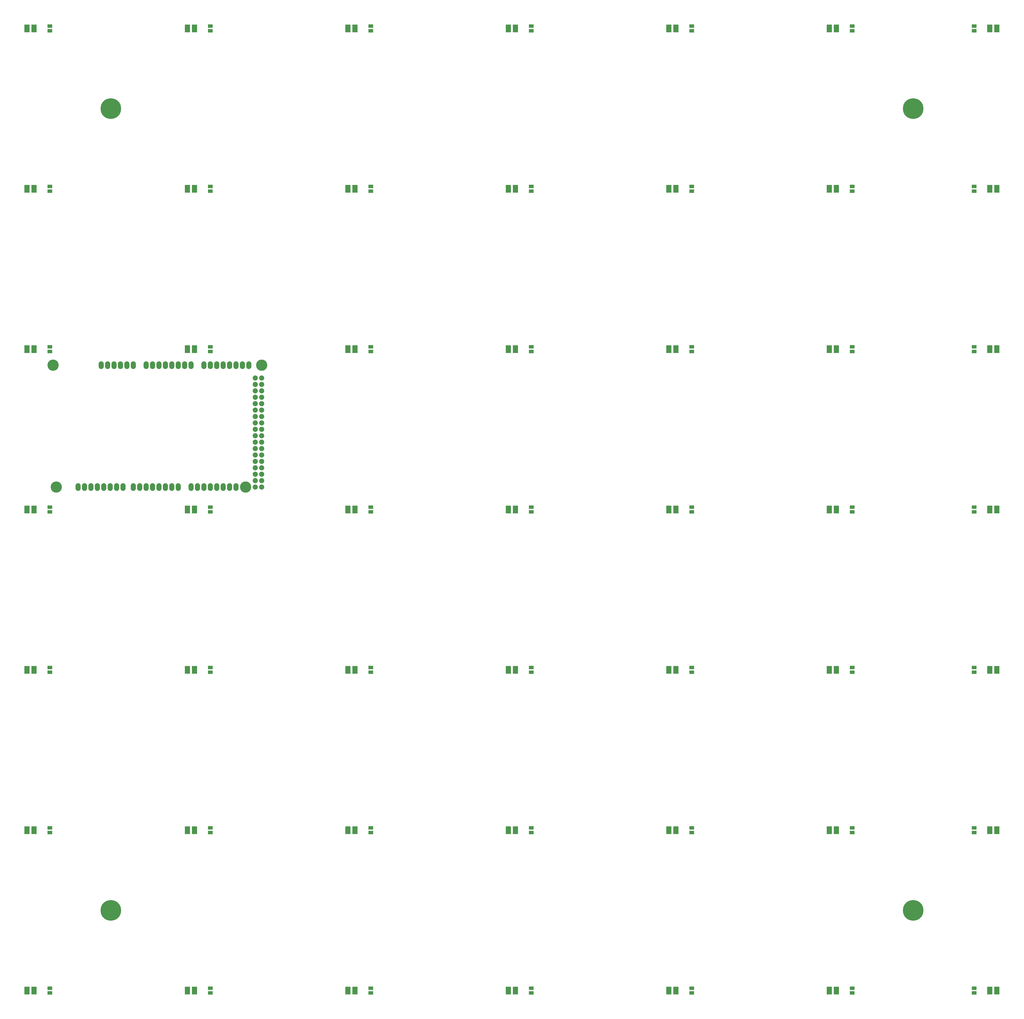
<source format=gts>
G04 (created by PCBNEW-RS274X (2011-07-19)-testing) date Fri 03 Feb 2012 01:16:17 PM PST*
G01*
G70*
G90*
%MOIN*%
G04 Gerber Fmt 3.4, Leading zero omitted, Abs format*
%FSLAX34Y34*%
G04 APERTURE LIST*
%ADD10C,0.006000*%
%ADD11R,0.083000X0.122000*%
%ADD12R,0.075000X0.055000*%
%ADD13O,0.080000X0.120000*%
%ADD14C,0.175000*%
%ADD15C,0.080000*%
%ADD16C,0.320000*%
G04 APERTURE END LIST*
G54D10*
G54D11*
X113050Y-87500D03*
X111950Y-87500D03*
X138050Y-87500D03*
X136950Y-87500D03*
X163050Y-87500D03*
X161950Y-87500D03*
X13050Y-112500D03*
X11950Y-112500D03*
X38050Y-112500D03*
X36950Y-112500D03*
X63050Y-112500D03*
X61950Y-112500D03*
X88050Y-112500D03*
X86950Y-112500D03*
X113050Y-112500D03*
X111950Y-112500D03*
X138050Y-112500D03*
X136950Y-112500D03*
X163050Y-112500D03*
X161950Y-112500D03*
X13050Y-137500D03*
X11950Y-137500D03*
X38050Y-137500D03*
X36950Y-137500D03*
X63050Y-137500D03*
X61950Y-137500D03*
X88050Y-137500D03*
X86950Y-137500D03*
X113050Y-137500D03*
X111950Y-137500D03*
X138050Y-137500D03*
X136950Y-137500D03*
X163050Y-137500D03*
X161950Y-137500D03*
X13050Y-162500D03*
X11950Y-162500D03*
X38050Y-162500D03*
X36950Y-162500D03*
X63050Y-162500D03*
X61950Y-162500D03*
X88050Y-162500D03*
X86950Y-162500D03*
X113050Y-162500D03*
X111950Y-162500D03*
X138050Y-162500D03*
X136950Y-162500D03*
X163050Y-162500D03*
X161950Y-162500D03*
X13050Y-12500D03*
X11950Y-12500D03*
X38050Y-12500D03*
X36950Y-12500D03*
X63050Y-12500D03*
X61950Y-12500D03*
X88050Y-12500D03*
X86950Y-12500D03*
X113050Y-12500D03*
X111950Y-12500D03*
X138050Y-12500D03*
X136950Y-12500D03*
X163050Y-12500D03*
X161950Y-12500D03*
X13050Y-37500D03*
X11950Y-37500D03*
X38050Y-37500D03*
X36950Y-37500D03*
X63050Y-37500D03*
X61950Y-37500D03*
X88050Y-37500D03*
X86950Y-37500D03*
X113050Y-37500D03*
X111950Y-37500D03*
X88050Y-87500D03*
X86950Y-87500D03*
X63050Y-87500D03*
X61950Y-87500D03*
X38050Y-87500D03*
X36950Y-87500D03*
X13050Y-87500D03*
X11950Y-87500D03*
X163050Y-62500D03*
X161950Y-62500D03*
X138050Y-62500D03*
X136950Y-62500D03*
X113050Y-62500D03*
X111950Y-62500D03*
X88050Y-62500D03*
X86950Y-62500D03*
X63050Y-62500D03*
X61950Y-62500D03*
X38050Y-62500D03*
X36950Y-62500D03*
X13050Y-62500D03*
X11950Y-62500D03*
X163050Y-37500D03*
X161950Y-37500D03*
X138050Y-37500D03*
X136950Y-37500D03*
G54D12*
X40500Y-137875D03*
X40500Y-137125D03*
X15500Y-137875D03*
X15500Y-137125D03*
X159500Y-112875D03*
X159500Y-112125D03*
X140500Y-112875D03*
X140500Y-112125D03*
X115500Y-112875D03*
X115500Y-112125D03*
X90500Y-112125D03*
X90500Y-112875D03*
X65500Y-112875D03*
X65500Y-112125D03*
X40500Y-112875D03*
X40500Y-112125D03*
X15500Y-112875D03*
X15500Y-112125D03*
X159500Y-87875D03*
X159500Y-87125D03*
X140500Y-87875D03*
X140500Y-87125D03*
X115500Y-87875D03*
X115500Y-87125D03*
X65500Y-137875D03*
X65500Y-137125D03*
X90500Y-137875D03*
X90500Y-137125D03*
X115500Y-137875D03*
X115500Y-137125D03*
X140500Y-137875D03*
X140500Y-137125D03*
X159500Y-137875D03*
X159500Y-137125D03*
X15500Y-162875D03*
X15500Y-162125D03*
X40500Y-162875D03*
X40500Y-162125D03*
X65500Y-162875D03*
X65500Y-162125D03*
X90500Y-162875D03*
X90500Y-162125D03*
X115500Y-162875D03*
X115500Y-162125D03*
X140500Y-162875D03*
X140500Y-162125D03*
X159500Y-162875D03*
X159500Y-162125D03*
X15500Y-12875D03*
X15500Y-12125D03*
X40500Y-12875D03*
X40500Y-12125D03*
X65500Y-12875D03*
X65500Y-12125D03*
X90500Y-12875D03*
X90500Y-12125D03*
X115500Y-12875D03*
X115500Y-12125D03*
X140500Y-12875D03*
X140500Y-12125D03*
X159500Y-12875D03*
X159500Y-12125D03*
X15500Y-37875D03*
X15500Y-37125D03*
X40500Y-37875D03*
X40500Y-37125D03*
X65500Y-37875D03*
X65500Y-37125D03*
X90500Y-37875D03*
X90500Y-37125D03*
X115500Y-37875D03*
X115500Y-37125D03*
X140500Y-37875D03*
X140500Y-37125D03*
X159500Y-37875D03*
X159500Y-37125D03*
X15500Y-62875D03*
X15500Y-62125D03*
X40500Y-62875D03*
X40500Y-62125D03*
X65500Y-62875D03*
X65500Y-62125D03*
X90500Y-62875D03*
X90500Y-62125D03*
X115500Y-62875D03*
X115500Y-62125D03*
X140500Y-62875D03*
X140500Y-62125D03*
X159500Y-62875D03*
X159500Y-62125D03*
X15500Y-87875D03*
X15500Y-87125D03*
X40500Y-87875D03*
X40500Y-87125D03*
X65500Y-87875D03*
X65500Y-87125D03*
X90500Y-87875D03*
X90500Y-87125D03*
G54D13*
X37500Y-84000D03*
X38500Y-84000D03*
X39500Y-84000D03*
X40500Y-84000D03*
X41500Y-84000D03*
X42500Y-84000D03*
X43500Y-84000D03*
X44500Y-84000D03*
X46500Y-65000D03*
X45500Y-65000D03*
X44500Y-65000D03*
X43500Y-65000D03*
X39500Y-65000D03*
X37500Y-65000D03*
X36500Y-65000D03*
X40500Y-65000D03*
X41500Y-65000D03*
X42500Y-65000D03*
X35500Y-65000D03*
X34500Y-65000D03*
X33500Y-65000D03*
X30500Y-65000D03*
X31500Y-65000D03*
X32500Y-65000D03*
X28500Y-65000D03*
X27500Y-65000D03*
X26500Y-65000D03*
X24500Y-65000D03*
X23500Y-65000D03*
X35500Y-84000D03*
X34500Y-84000D03*
X33500Y-84000D03*
X32500Y-84000D03*
X31500Y-84000D03*
X30500Y-84000D03*
X29500Y-84000D03*
X28500Y-84000D03*
X26900Y-84000D03*
X25900Y-84000D03*
X24900Y-84000D03*
X23900Y-84000D03*
X22900Y-84000D03*
X21900Y-84000D03*
X20900Y-84000D03*
X19900Y-84000D03*
X25500Y-65000D03*
G54D14*
X48500Y-65000D03*
X46000Y-84000D03*
X16500Y-84000D03*
X16000Y-65000D03*
G54D15*
X47500Y-83000D03*
X48500Y-83000D03*
X47500Y-82000D03*
X48500Y-82000D03*
X47500Y-81000D03*
X48500Y-81000D03*
X47500Y-80000D03*
X48500Y-80000D03*
X47500Y-84000D03*
X48500Y-84000D03*
X48500Y-79000D03*
X47500Y-79000D03*
X47500Y-78000D03*
X48500Y-78000D03*
X47500Y-77000D03*
X48500Y-77000D03*
X47500Y-76000D03*
X48500Y-76000D03*
X47500Y-75000D03*
X48500Y-75000D03*
X47500Y-74000D03*
X48500Y-74000D03*
X47500Y-73000D03*
X48500Y-73000D03*
X47500Y-72000D03*
X48500Y-72000D03*
X47500Y-71000D03*
X48500Y-71000D03*
X47500Y-70000D03*
X48500Y-70000D03*
X47500Y-69000D03*
X48500Y-69000D03*
X47500Y-68000D03*
X48500Y-68000D03*
X47500Y-67000D03*
X48500Y-67000D03*
G54D16*
X25000Y-25000D03*
X150000Y-25000D03*
X25000Y-150000D03*
X150000Y-150000D03*
M02*

</source>
